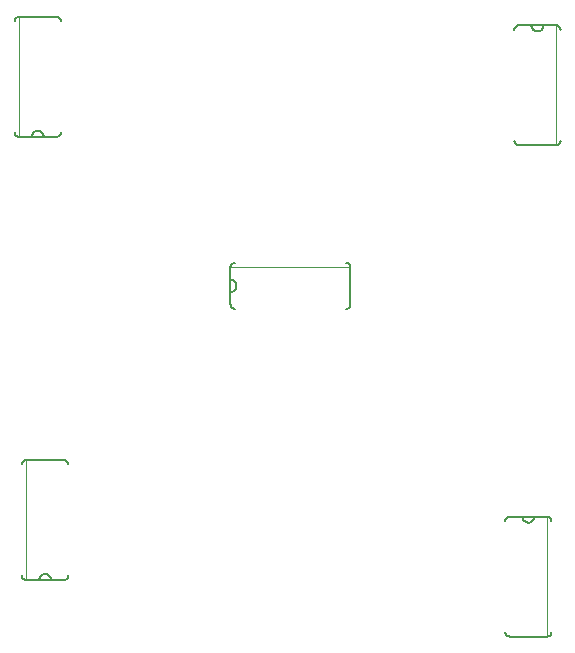
<source format=gbo>
G75*
%MOIN*%
%OFA0B0*%
%FSLAX24Y24*%
%IPPOS*%
%LPD*%
%AMOC8*
5,1,8,0,0,1.08239X$1,22.5*
%
%ADD10C,0.0060*%
%ADD11C,0.0020*%
D10*
X031172Y059846D02*
X032412Y059846D01*
X032435Y059848D01*
X032458Y059853D01*
X032480Y059862D01*
X032500Y059875D01*
X032518Y059890D01*
X032533Y059908D01*
X032546Y059928D01*
X032555Y059950D01*
X032560Y059973D01*
X032562Y059996D01*
X031172Y059846D02*
X031149Y059848D01*
X031126Y059853D01*
X031104Y059862D01*
X031084Y059875D01*
X031066Y059890D01*
X031051Y059908D01*
X031038Y059928D01*
X031029Y059950D01*
X031024Y059973D01*
X031022Y059996D01*
X031022Y063696D02*
X031024Y063719D01*
X031029Y063742D01*
X031038Y063764D01*
X031051Y063784D01*
X031066Y063802D01*
X031084Y063817D01*
X031104Y063830D01*
X031126Y063839D01*
X031149Y063844D01*
X031172Y063846D01*
X031592Y063846D01*
X031992Y063846D01*
X032412Y063846D01*
X032435Y063844D01*
X032458Y063839D01*
X032480Y063830D01*
X032500Y063817D01*
X032518Y063802D01*
X032533Y063784D01*
X032546Y063764D01*
X032555Y063742D01*
X032560Y063719D01*
X032562Y063696D01*
X031992Y063846D02*
X031990Y063819D01*
X031985Y063792D01*
X031975Y063766D01*
X031963Y063742D01*
X031947Y063720D01*
X031929Y063700D01*
X031907Y063683D01*
X031884Y063668D01*
X031859Y063658D01*
X031833Y063650D01*
X031806Y063646D01*
X031778Y063646D01*
X031751Y063650D01*
X031725Y063658D01*
X031700Y063668D01*
X031677Y063683D01*
X031655Y063700D01*
X031637Y063720D01*
X031621Y063742D01*
X031609Y063766D01*
X031599Y063792D01*
X031594Y063819D01*
X031592Y063846D01*
X025863Y070919D02*
X025863Y072159D01*
X025861Y072182D01*
X025856Y072205D01*
X025847Y072227D01*
X025834Y072247D01*
X025819Y072265D01*
X025801Y072280D01*
X025781Y072293D01*
X025759Y072302D01*
X025736Y072307D01*
X025713Y072309D01*
X025863Y070919D02*
X025861Y070896D01*
X025856Y070873D01*
X025847Y070851D01*
X025834Y070831D01*
X025819Y070813D01*
X025801Y070798D01*
X025781Y070785D01*
X025759Y070776D01*
X025736Y070771D01*
X025713Y070769D01*
X022013Y070769D02*
X021990Y070771D01*
X021967Y070776D01*
X021945Y070785D01*
X021925Y070798D01*
X021907Y070813D01*
X021892Y070831D01*
X021879Y070851D01*
X021870Y070873D01*
X021865Y070896D01*
X021863Y070919D01*
X021863Y071339D01*
X021863Y071739D01*
X021863Y072159D01*
X021865Y072182D01*
X021870Y072205D01*
X021879Y072227D01*
X021892Y072247D01*
X021907Y072265D01*
X021925Y072280D01*
X021945Y072293D01*
X021967Y072302D01*
X021990Y072307D01*
X022013Y072309D01*
X021863Y071739D02*
X021890Y071737D01*
X021917Y071732D01*
X021943Y071722D01*
X021967Y071710D01*
X021989Y071694D01*
X022009Y071676D01*
X022026Y071654D01*
X022041Y071631D01*
X022051Y071606D01*
X022059Y071580D01*
X022063Y071553D01*
X022063Y071525D01*
X022059Y071498D01*
X022051Y071472D01*
X022041Y071447D01*
X022026Y071424D01*
X022009Y071402D01*
X021989Y071384D01*
X021967Y071368D01*
X021943Y071356D01*
X021917Y071346D01*
X021890Y071341D01*
X021863Y071339D01*
X016058Y076508D02*
X015638Y076508D01*
X015238Y076508D01*
X014818Y076508D01*
X014795Y076510D01*
X014772Y076515D01*
X014750Y076524D01*
X014730Y076537D01*
X014712Y076552D01*
X014697Y076570D01*
X014684Y076590D01*
X014675Y076612D01*
X014670Y076635D01*
X014668Y076658D01*
X015238Y076508D02*
X015240Y076535D01*
X015245Y076562D01*
X015255Y076588D01*
X015267Y076612D01*
X015283Y076634D01*
X015301Y076654D01*
X015323Y076671D01*
X015346Y076686D01*
X015371Y076696D01*
X015397Y076704D01*
X015424Y076708D01*
X015452Y076708D01*
X015479Y076704D01*
X015505Y076696D01*
X015530Y076686D01*
X015553Y076671D01*
X015575Y076654D01*
X015593Y076634D01*
X015609Y076612D01*
X015621Y076588D01*
X015631Y076562D01*
X015636Y076535D01*
X015638Y076508D01*
X016058Y076508D02*
X016081Y076510D01*
X016104Y076515D01*
X016126Y076524D01*
X016146Y076537D01*
X016164Y076552D01*
X016179Y076570D01*
X016192Y076590D01*
X016201Y076612D01*
X016206Y076635D01*
X016208Y076658D01*
X016208Y080358D02*
X016206Y080381D01*
X016201Y080404D01*
X016192Y080426D01*
X016179Y080446D01*
X016164Y080464D01*
X016146Y080479D01*
X016126Y080492D01*
X016104Y080501D01*
X016081Y080506D01*
X016058Y080508D01*
X014818Y080508D01*
X014795Y080506D01*
X014772Y080501D01*
X014750Y080492D01*
X014730Y080479D01*
X014712Y080464D01*
X014697Y080446D01*
X014684Y080426D01*
X014675Y080404D01*
X014670Y080381D01*
X014668Y080358D01*
X015062Y065732D02*
X016302Y065732D01*
X016325Y065730D01*
X016348Y065725D01*
X016370Y065716D01*
X016390Y065703D01*
X016408Y065688D01*
X016423Y065670D01*
X016436Y065650D01*
X016445Y065628D01*
X016450Y065605D01*
X016452Y065582D01*
X015062Y065732D02*
X015039Y065730D01*
X015016Y065725D01*
X014994Y065716D01*
X014974Y065703D01*
X014956Y065688D01*
X014941Y065670D01*
X014928Y065650D01*
X014919Y065628D01*
X014914Y065605D01*
X014912Y065582D01*
X014912Y061882D02*
X014914Y061859D01*
X014919Y061836D01*
X014928Y061814D01*
X014941Y061794D01*
X014956Y061776D01*
X014974Y061761D01*
X014994Y061748D01*
X015016Y061739D01*
X015039Y061734D01*
X015062Y061732D01*
X015482Y061732D01*
X015882Y061732D01*
X016302Y061732D01*
X016325Y061734D01*
X016348Y061739D01*
X016370Y061748D01*
X016390Y061761D01*
X016408Y061776D01*
X016423Y061794D01*
X016436Y061814D01*
X016445Y061836D01*
X016450Y061859D01*
X016452Y061882D01*
X015882Y061732D02*
X015880Y061759D01*
X015875Y061786D01*
X015865Y061812D01*
X015853Y061836D01*
X015837Y061858D01*
X015819Y061878D01*
X015797Y061895D01*
X015774Y061910D01*
X015749Y061920D01*
X015723Y061928D01*
X015696Y061932D01*
X015668Y061932D01*
X015641Y061928D01*
X015615Y061920D01*
X015590Y061910D01*
X015567Y061895D01*
X015545Y061878D01*
X015527Y061858D01*
X015511Y061836D01*
X015499Y061812D01*
X015489Y061786D01*
X015484Y061759D01*
X015482Y061732D01*
X031475Y076224D02*
X032715Y076224D01*
X032738Y076226D01*
X032761Y076231D01*
X032783Y076240D01*
X032803Y076253D01*
X032821Y076268D01*
X032836Y076286D01*
X032849Y076306D01*
X032858Y076328D01*
X032863Y076351D01*
X032865Y076374D01*
X031475Y076224D02*
X031452Y076226D01*
X031429Y076231D01*
X031407Y076240D01*
X031387Y076253D01*
X031369Y076268D01*
X031354Y076286D01*
X031341Y076306D01*
X031332Y076328D01*
X031327Y076351D01*
X031325Y076374D01*
X031325Y080074D02*
X031327Y080097D01*
X031332Y080120D01*
X031341Y080142D01*
X031354Y080162D01*
X031369Y080180D01*
X031387Y080195D01*
X031407Y080208D01*
X031429Y080217D01*
X031452Y080222D01*
X031475Y080224D01*
X031895Y080224D01*
X032295Y080224D01*
X032715Y080224D01*
X032738Y080222D01*
X032761Y080217D01*
X032783Y080208D01*
X032803Y080195D01*
X032821Y080180D01*
X032836Y080162D01*
X032849Y080142D01*
X032858Y080120D01*
X032863Y080097D01*
X032865Y080074D01*
X032295Y080224D02*
X032293Y080197D01*
X032288Y080170D01*
X032278Y080144D01*
X032266Y080120D01*
X032250Y080098D01*
X032232Y080078D01*
X032210Y080061D01*
X032187Y080046D01*
X032162Y080036D01*
X032136Y080028D01*
X032109Y080024D01*
X032081Y080024D01*
X032054Y080028D01*
X032028Y080036D01*
X032003Y080046D01*
X031980Y080061D01*
X031958Y080078D01*
X031940Y080098D01*
X031924Y080120D01*
X031912Y080144D01*
X031902Y080170D01*
X031897Y080197D01*
X031895Y080224D01*
D11*
X032725Y080224D02*
X032725Y076224D01*
X032422Y063846D02*
X032422Y059846D01*
X025863Y072169D02*
X021863Y072169D01*
X015052Y065732D02*
X015052Y061732D01*
X014808Y076508D02*
X014808Y080508D01*
M02*

</source>
